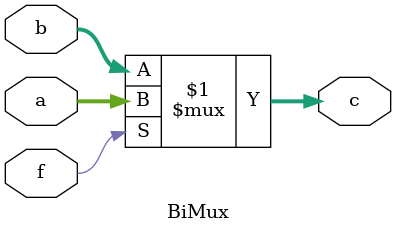
<source format=sv>
`include "MIPS.svh"

module BiMux #(
        parameter WIDTH = 32
    )(
        input logic [WIDTH - 1: 0] a, b,
        input logic f,
        output logic [WIDTH - 1: 0] c
    );

    assign c = (f) ? (a) : (b);
    
endmodule
</source>
